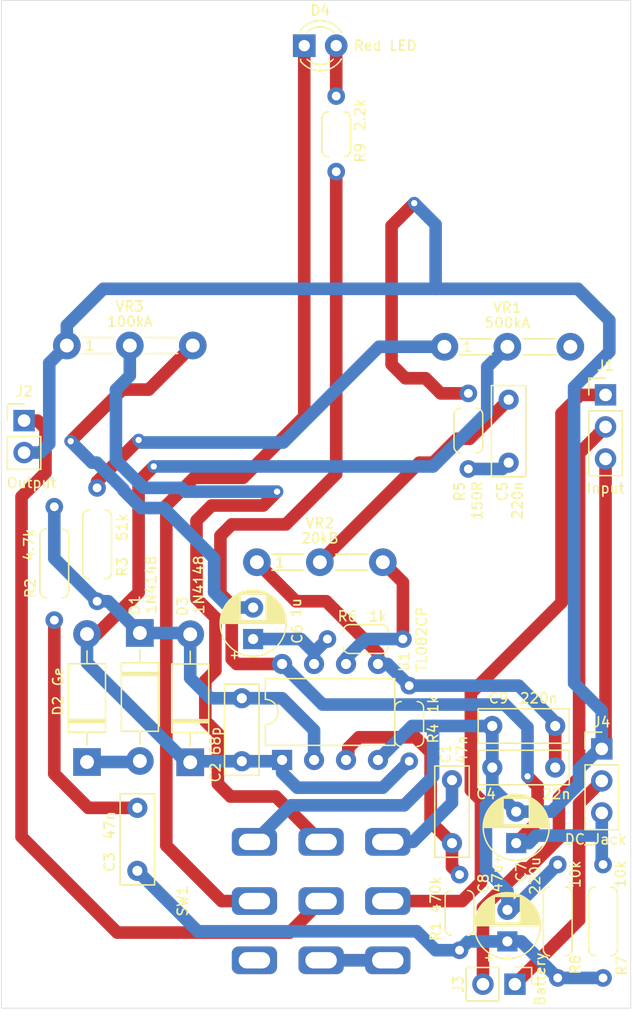
<source format=kicad_pcb>
(kicad_pcb (version 20221018) (generator pcbnew)
  (layers (0 "F.Cu" signal) (31 "B.Cu" signal) (34 "B.Paste" user) (35 "F.Paste" user) (36 "B.SilkS" user "B.Silkscreen") (37 "F.SilkS" user "F.Silkscreen") (38 "B.Mask" user) (39 "F.Mask" user) (44 "Edge.Cuts" user))
  (net 0 "")
  (net 3 "+4.5V")
  (net 4 "GND")
  (net 5 "+9V")
  (net 6 "Net-(J3--)")
  (net 7 "Net-(J3-+)")
  (net 8 "Net-(U1A-+)")
  (net 9 "Net-(SW1C-C)")
  (net 10 "Net-(D1-A)")
  (net 11 "Net-(D1-K)")
  (net 12 "Net-(SW1C-B)")
  (net 13 "Net-(D2-A)")
  (net 14 "Net-(R3-Pad1)")
  (net 15 "Net-(C3-Pad1)")
  (net 16 "Net-(U1B-+)")
  (net 17 "Net-(C5-Pad1)")
  (net 18 "Net-(C6-Pad1)")
  (net 19 "Net-(C6-Pad2)")
  (net 20 "Net-(U1B--)")
  (net 21 "Net-(C5-Pad2)")
  (net 22 "Net-(D4-A)")
  (net 23 "Net-(D4-K)")
  (net 24 "Net-(SW1B-B)")
  (net 25 "BYPASS")
  (net 26 "Net-(SW1B-C)")
  (footprint "myFoot:my_R_P9mm_Horizontal" (layer "F.Cu") (at 22.8 37.6 90)
    (fp_text reference "R7" (at 0.1 1.5 90) (layer "F.SilkS") (effects (font (size 0.8 0.8) (thickness 0.13)) (justify left)))
    (fp_text value "10k" (at 9.4 1.4 90) (layer "F.SilkS") (effects (font (size 0.8 0.8) (thickness 0.13)) (justify right)))
    (pad "1" thru_hole circle (at 0 0 90) (size 1.4 1.4) (drill 0.7) (layers "*.Cu" "*.Mask") (net 3 "+4.5V"))
    (pad "2" thru_hole oval (at 9 0 90) (size 1.4 1.4) (drill 0.7) (layers "*.Cu" "*.Mask") (net 5 "+9V"))
  )
  (footprint "myFoot:my_pot_5mm" (layer "F.Cu") (at -14.8 -12.6)
    (fp_text reference "VR3" (at 0 -3.1) (layer "F.SilkS") (effects (font (size 0.8 0.8) (thickness 0.13))))
    (fp_text value "100kA" (at 0 -1.9) (layer "F.SilkS") (effects (font (size 0.8 0.8) (thickness 0.13))))
    (fp_text user "1" (at -3.175 0) (layer "F.SilkS") (effects (font (size 0.8 0.8) (thickness 0.13))))
    (pad "1" thru_hole circle (at -5.0038 0) (size 2.2 2.2) (drill 1.1) (layers "*.Cu" "*.Mask") (net 4 "GND"))
    (pad "2" thru_hole circle (at 0 0) (size 2.2 2.2) (drill 1.1) (layers "*.Cu" "*.Mask") (net 26 "Net-(SW1B-C)"))
    (pad "3" thru_hole circle (at 5.0038 0) (size 2.2 2.2) (drill 1.1) (layers "*.Cu" "*.Mask") (net 19 "Net-(C6-Pad2)"))
  )
  (footprint "Capacitor_THT:C_Rect_L7.0mm_W2.5mm_P5.00mm" (layer "F.Cu") (at -5.9 20.4 90)
    (fp_text reference "C2" (at -0.9 -2.1 90) (layer "F.SilkS") (effects (font (size 0.8 0.8) (thickness 0.13))))
    (fp_text value "68p" (at 1.6 -2.1 90) (layer "F.SilkS") (effects (font (size 0.8 0.8) (thickness 0.13))))
    (pad "1" thru_hole circle (at 0 0 90) (size 1.6 1.6) (drill 0.8) (layers "*.Cu" "*.Mask") (net 13 "Net-(D2-A)"))
    (pad "2" thru_hole circle (at 5 0 90) (size 1.6 1.6) (drill 0.8) (layers "*.Cu" "*.Mask") (net 11 "Net-(D1-K)"))
  )
  (footprint "Diode_THT:D_DO-41_SOD81_P10.16mm_Horizontal" (layer "F.Cu") (at -18.2 20.46 90)
    (fp_text reference "D2" (at 4.46 -2.3 90) (layer "F.SilkS") (effects (font (size 0.8 0.8) (thickness 0.13))))
    (fp_text value "Ge" (at 6.76 -2.3 90) (layer "F.SilkS") (effects (font (size 0.8 0.8) (thickness 0.13))))
    (pad "1" thru_hole rect (at 0 0 90) (size 2.2 2.2) (drill 1.1) (layers "*.Cu" "*.Mask") (net 10 "Net-(D1-A)"))
    (pad "2" thru_hole oval (at 10.16 0 90) (size 2.2 2.2) (drill 1.1) (layers "*.Cu" "*.Mask") (net 13 "Net-(D2-A)"))
  )
  (footprint "myFoot:my_pot_5mm" (layer "F.Cu") (at 0.3 4.6)
    (fp_text reference "VR2" (at 0 -3.1) (layer "F.SilkS") (effects (font (size 0.8 0.8) (thickness 0.13))))
    (fp_text value "20kB" (at 0 -1.9) (layer "F.SilkS") (effects (font (size 0.8 0.8) (thickness 0.13))))
    (fp_text user "1" (at -3.175 0) (layer "F.SilkS") (effects (font (size 0.8 0.8) (thickness 0.13))))
    (pad "1" thru_hole circle (at -5.0038 0) (size 2.2 2.2) (drill 1.1) (layers "*.Cu" "*.Mask") (net 16 "Net-(U1B-+)"))
    (pad "2" thru_hole circle (at 0 0) (size 2.2 2.2) (drill 1.1) (layers "*.Cu" "*.Mask") (net 17 "Net-(C5-Pad1)"))
    (pad "3" thru_hole circle (at 5.0038 0) (size 2.2 2.2) (drill 1.1) (layers "*.Cu" "*.Mask") (net 20 "Net-(U1B--)"))
  )
  (footprint "Capacitor_THT:C_Rect_L7.0mm_W2.5mm_P5.00mm" (layer "F.Cu") (at 15.3 -8.3 -90)
    (fp_text reference "C5" (at 7.3 0.5 90) (layer "F.SilkS") (effects (font (size 0.8 0.8) (thickness 0.13))))
    (fp_text value "220n" (at 8 -0.7 90) (layer "F.SilkS") (effects (font (size 0.8 0.8) (thickness 0.13))))
    (pad "1" thru_hole circle (at 0 0 270) (size 1.6 1.6) (drill 0.8) (layers "*.Cu" "*.Mask") (net 17 "Net-(C5-Pad1)"))
    (pad "2" thru_hole circle (at 5 0 270) (size 1.6 1.6) (drill 0.8) (layers "*.Cu" "*.Mask") (net 21 "Net-(C5-Pad2)"))
  )
  (footprint "Diode_THT:D_DO-41_SOD81_P10.16mm_Horizontal" (layer "F.Cu") (at -14 10.22 -90)
    (fp_text reference "D1" (at -2.22 0.4 90) (layer "F.SilkS") (effects (font (size 0.8 0.8) (thickness 0.13))))
    (fp_text value "1N4148" (at -3.82 -0.9 90) (layer "F.SilkS") (effects (font (size 0.8 0.8) (thickness 0.13))))
    (pad "1" thru_hole rect (at 0 0 270) (size 2.2 2.2) (drill 1.1) (layers "*.Cu" "*.Mask") (net 11 "Net-(D1-K)"))
    (pad "2" thru_hole oval (at 10.16 0 270) (size 2.2 2.2) (drill 1.1) (layers "*.Cu" "*.Mask") (net 10 "Net-(D1-A)"))
  )
  (footprint "myFoot:my_R_P6mm_Horizontal" (layer "F.Cu") (at 7.4 14.4 -90)
    (fp_text reference "R4" (at 3.8 -1.9 90) (layer "F.SilkS") (effects (font (size 0.8 0.8) (thickness 0.13))))
    (fp_text value "1k" (at 1.5 -1.9 90) (layer "F.SilkS") (effects (font (size 0.8 0.8) (thickness 0.13))))
    (pad "1" thru_hole circle (at 0 0 270) (size 1.4 1.4) (drill 0.7) (layers "*.Cu" "*.Mask") (net 16 "Net-(U1B-+)"))
    (pad "2" thru_hole oval (at 6 0 270) (size 1.4 1.4) (drill 0.7) (layers "*.Cu" "*.Mask") (net 13 "Net-(D2-A)"))
  )
  (footprint "Connector_PinHeader_2.54mm:PinHeader_1x03_P2.54mm_Vertical" (layer "F.Cu") (at 22.7 19.42)
    (fp_text reference "J4" (at 0 -2.12) (layer "F.SilkS") (effects (font (size 0.8 0.8) (thickness 0.13))))
    (fp_text value "DC_Jack" (at -0.5 7.18) (layer "F.SilkS") (effects (font (size 0.8 0.8) (thickness 0.13))))
    (pad "1" thru_hole rect (at 0 0) (size 1.7 1.7) (drill 1) (layers "*.Cu" "*.Mask") (net 4 "GND"))
    (pad "2" thru_hole oval (at 0 5.08) (size 1.7 1.7) (drill 1) (layers "*.Cu" "*.Mask") (net 5 "+9V"))
    (pad "3" thru_hole oval (at 0 2.54) (size 1.7 1.7) (drill 1) (layers "*.Cu" "*.Mask") (net 7 "Net-(J3-+)"))
  )
  (footprint "Capacitor_THT:CP_Radial_D5.0mm_P2.50mm" (layer "F.Cu") (at -5 10.7 90)
    (fp_text reference "C6" (at 0.4 3.5 90) (layer "F.SilkS") (effects (font (size 0.8 0.8) (thickness 0.13))))
    (fp_text value "1u" (at 2.5 3.4 90) (layer "F.SilkS") (effects (font (size 0.8 0.8) (thickness 0.13))))
    (pad "1" thru_hole rect (at 0 0 90) (size 1.6 1.6) (drill 0.8) (layers "*.Cu" "*.Mask") (net 18 "Net-(C6-Pad1)"))
    (pad "2" thru_hole circle (at 2.5 0 90) (size 1.6 1.6) (drill 0.8) (layers "*.Cu" "*.Mask") (net 19 "Net-(C6-Pad2)"))
  )
  (footprint "myFoot:my_R_P6mm_Horizontal" (layer "F.Cu") (at 11.4 29.4 -90)
    (fp_text reference "R1" (at 4.5 1.9 90) (layer "F.SilkS") (effects (font (size 0.8 0.8) (thickness 0.13))))
    (fp_text value "470k" (at 1.6 1.9 90) (layer "F.SilkS") (effects (font (size 0.8 0.8) (thickness 0.13))))
    (pad "1" thru_hole circle (at 0 0 270) (size 1.4 1.4) (drill 0.7) (layers "*.Cu" "*.Mask") (net 8 "Net-(U1A-+)"))
    (pad "2" thru_hole oval (at 6 0 270) (size 1.4 1.4) (drill 0.7) (layers "*.Cu" "*.Mask") (net 3 "+4.5V"))
  )
  (footprint "myFoot:my_R_P9mm_Horizontal" (layer "F.Cu") (at 19.2 37.6 90)
    (fp_text reference "R8" (at 0.2 1.4 90) (layer "F.SilkS") (effects (font (size 0.8 0.8) (thickness 0.13)) (justify left)))
    (fp_text value "10k" (at 9.4 1.4 90) (layer "F.SilkS") (effects (font (size 0.8 0.8) (thickness 0.13)) (justify right)))
    (pad "1" thru_hole circle (at 0 0 90) (size 1.4 1.4) (drill 0.7) (layers "*.Cu" "*.Mask") (net 3 "+4.5V"))
    (pad "2" thru_hole oval (at 9 0 90) (size 1.4 1.4) (drill 0.7) (layers "*.Cu" "*.Mask") (net 4 "GND"))
  )
  (footprint "Capacitor_THT:CP_Radial_D5.0mm_P2.50mm" (layer "F.Cu") (at 15.2 34.7 90)
    (fp_text reference "C8" (at 4.6 -1.9 90) (layer "F.SilkS") (effects (font (size 0.8 0.8) (thickness 0.13))))
    (fp_text value "47u" (at 5 -0.8 90) (layer "F.SilkS") (effects (font (size 0.8 0.8) (thickness 0.13))))
    (pad "1" thru_hole rect (at 0 0 90) (size 1.6 1.6) (drill 0.8) (layers "*.Cu" "*.Mask") (net 3 "+4.5V"))
    (pad "2" thru_hole circle (at 2.5 0 90) (size 1.6 1.6) (drill 0.8) (layers "*.Cu" "*.Mask") (net 4 "GND"))
  )
  (footprint "myFoot:my_R_P9mm_Horizontal" (layer "F.Cu") (at -20.8 0.2 -90)
    (fp_text reference "R2" (at 5.6 1.9 90) (layer "F.SilkS") (effects (font (size 0.8 0.8) (thickness 0.13)) (justify right)))
    (fp_text value "4.7k" (at 4.4 2 90) (layer "F.SilkS") (effects (font (size 0.8 0.8) (thickness 0.13)) (justify left)))
    (pad "1" thru_hole circle (at 0 0 270) (size 1.4 1.4) (drill 0.7) (layers "*.Cu" "*.Mask") (net 11 "Net-(D1-K)"))
    (pad "2" thru_hole oval (at 9 0 270) (size 1.4 1.4) (drill 0.7) (layers "*.Cu" "*.Mask") (net 15 "Net-(C3-Pad1)"))
  )
  (footprint "Capacitor_THT:C_Rect_L7.0mm_W2.5mm_P5.00mm" (layer "F.Cu") (at 19 17.6 180)
    (fp_text reference "C9" (at 4.5 2.2) (layer "F.SilkS") (effects (font (size 0.8 0.8) (thickness 0.13))))
    (fp_text value "220n" (at 1.3 2.2) (layer "F.SilkS") (effects (font (size 0.8 0.8) (thickness 0.13))))
    (pad "1" thru_hole circle (at 0 0 180) (size 1.6 1.6) (drill 0.8) (layers "*.Cu" "*.Mask") (net 16 "Net-(U1B-+)"))
    (pad "2" thru_hole circle (at 5 0 180) (size 1.6 1.6) (drill 0.8) (layers "*.Cu" "*.Mask") (net 4 "GND"))
  )
  (footprint "Connector_PinHeader_2.54mm:PinHeader_1x03_P2.54mm_Vertical" (layer "F.Cu") (at 23 -8.68)
    (fp_text reference "J1" (at 0 -2.33) (layer "F.SilkS") (effects (font (size 0.8 0.8) (thickness 0.13))))
    (fp_text value "Input" (at 0 7.41) (layer "F.SilkS") (effects (font (size 0.8 0.8) (thickness 0.13))))
    (pad "R" thru_hole oval (at 0 2.54) (size 1.7 1.7) (drill 1) (layers "*.Cu" "*.Mask") (net 6 "Net-(J3--)"))
    (pad "S" thru_hole oval (at 0 5.08) (size 1.7 1.7) (drill 1) (layers "*.Cu" "*.Mask") (net 4 "GND"))
    (pad "T" thru_hole rect (at 0 0) (size 1.7 1.7) (drill 1) (layers "*.Cu" "*.Mask") (net 12 "Net-(SW1C-B)"))
  )
  (footprint "myFoot:my_R_P6mm_Horizontal" (layer "F.Cu") (at 12.1 -2.8 90)
    (fp_text reference "R5" (at -1.8 -0.7 90) (layer "F.SilkS") (effects (font (size 0.8 0.8) (thickness 0.13))))
    (fp_text value "150R" (at -2.5 0.7 90) (layer "F.SilkS") (effects (font (size 0.8 0.8) (thickness 0.13))))
    (pad "1" thru_hole circle (at 0 0 90) (size 1.4 1.4) (drill 0.7) (layers "*.Cu" "*.Mask") (net 21 "Net-(C5-Pad2)"))
    (pad "2" thru_hole oval (at 6 0 90) (size 1.4 1.4) (drill 0.7) (layers "*.Cu" "*.Mask") (net 4 "GND"))
  )
  (footprint "Diode_THT:D_DO-41_SOD81_P10.16mm_Horizontal" (layer "F.Cu") (at -10 20.48 90)
    (fp_text reference "D3" (at 12.38 -0.6 90) (layer "F.SilkS") (effects (font (size 0.8 0.8) (thickness 0.13))))
    (fp_text value "1N4148" (at 14.08 0.7 90) (layer "F.SilkS") (effects (font (size 0.8 0.8) (thickness 0.13))))
    (pad "1" thru_hole rect (at 0 0 90) (size 2.2 2.2) (drill 1.1) (layers "*.Cu" "*.Mask") (net 13 "Net-(D2-A)"))
    (pad "2" thru_hole oval (at 10.16 0 90) (size 2.2 2.2) (drill 1.1) (layers "*.Cu" "*.Mask") (net 11 "Net-(D1-K)"))
  )
  (footprint "Capacitor_THT:C_Rect_L7.0mm_W2.5mm_P5.00mm" (layer "F.Cu") (at -14.2 24.1 -90)
    (fp_text reference "C3" (at 4.3 2.2 90) (layer "F.SilkS") (effects (font (size 0.8 0.8) (thickness 0.13))))
    (fp_text value "47n" (at 1.4 2.2 90) (layer "F.SilkS") (effects (font (size 0.8 0.8) (thickness 0.13))))
    (pad "1" thru_hole circle (at 0 0 270) (size 1.6 1.6) (drill 0.8) (layers "*.Cu" "*.Mask") (net 15 "Net-(C3-Pad1)"))
    (pad "2" thru_hole circle (at 5 0 270) (size 1.6 1.6) (drill 0.8) (layers "*.Cu" "*.Mask") (net 3 "+4.5V"))
  )
  (footprint "myFoot:my_R_P9mm_Horizontal" (layer "F.Cu") (at -17.4 -1.3 -90)
    (fp_text reference "R3" (at 5.4 -2 90) (layer "F.SilkS") (effects (font (size 0.8 0.8) (thickness 0.13)) (justify right)))
    (fp_text value "51k" (at 4.3 -2 90) (layer "F.SilkS") (effects (font (size 0.8 0.8) (thickness 0.13)) (justify left)))
    (pad "1" thru_hole circle (at 0 0 270) (size 1.4 1.4) (drill 0.7) (layers "*.Cu" "*.Mask") (net 14 "Net-(R3-Pad1)"))
    (pad "2" thru_hole oval (at 9 0 270) (size 1.4 1.4) (drill 0.7) (layers "*.Cu" "*.Mask") (net 11 "Net-(D1-K)"))
  )
  (footprint "myFoot:my_pot_5mm" (layer "F.Cu") (at 15.2 -12.5)
    (fp_text reference "VR1" (at 0 -3.1) (layer "F.SilkS") (effects (font (size 0.8 0.8) (thickness 0.13))))
    (fp_text value "500kA" (at 0 -1.9) (layer "F.SilkS") (effects (font (size 0.8 0.8) (thickness 0.13))))
    (fp_text user "1" (at -3.175 0) (layer "F.SilkS") (effects (font (size 0.8 0.8) (thickness 0.13))))
    (pad "1" thru_hole circle (at -5.0038 0) (size 2.2 2.2) (drill 1.1) (layers "*.Cu" "*.Mask") (net 14 "Net-(R3-Pad1)"))
    (pad "2" thru_hole circle (at 0 0) (size 2.2 2.2) (drill 1.1) (layers "*.Cu" "*.Mask") (net 13 "Net-(D2-A)"))
    (pad "3" thru_hole circle (at 5.0038 0) (size 2.2 2.2) (drill 1.1) (layers "*.Cu" "*.Mask"))
  )
  (footprint "Connector_PinHeader_2.54mm:PinHeader_1x02_P2.54mm_Vertical" (layer "F.Cu") (at -23.2 -6.64)
    (fp_text reference "J2" (at 0 -2.33) (layer "F.SilkS") (effects (font (size 0.8 0.8) (thickness 0.13))))
    (fp_text value "Output" (at 0.6 4.94) (layer "F.SilkS") (effects (font (size 0.8 0.8) (thickness 0.13))))
    (pad "S" thru_hole oval (at 0 2.54) (size 1.7 1.7) (drill 1) (layers "*.Cu" "*.Mask") (net 4 "GND"))
    (pad "T" thru_hole rect (at 0 0) (size 1.7 1.7) (drill 1) (layers "*.Cu" "*.Mask") (net 24 "Net-(SW1B-B)"))
  )
  (footprint "Package_DIP:DIP-8_W7.62mm" (layer "F.Cu") (at -2.7 20.3 90)
    (fp_text reference "U1" (at 7.8 9.7 90) (layer "F.SilkS") (effects (font (size 0.8 0.8) (thickness 0.13))))
    (fp_text value "TL082CP" (at 9.6 11.1 90) (layer "F.SilkS") (effects (font (size 0.8 0.8) (thickness 0.13))))
    (pad "1" thru_hole rect (at 0 0 90) (size 1.6 1.6) (drill 0.8) (layers "*.Cu" "*.Mask") (net 13 "Net-(D2-A)"))
    (pad "2" thru_hole oval (at 0 2.54 90) (size 1.6 1.6) (drill 0.8) (layers "*.Cu" "*.Mask") (net 11 "Net-(D1-K)"))
    (pad "3" thru_hole oval (at 0 5.08 90) (size 1.6 1.6) (drill 0.8) (layers "*.Cu" "*.Mask") (net 8 "Net-(U1A-+)"))
    (pad "4" thru_hole oval (at 0 7.62 90) (size 1.6 1.6) (drill 0.8) (layers "*.Cu" "*.Mask") (net 4 "GND"))
    (pad "5" thru_hole oval (at 7.62 7.62 90) (size 1.6 1.6) (drill 0.8) (layers "*.Cu" "*.Mask") (net 16 "Net-(U1B-+)"))
    (pad "6" thru_hole oval (at 7.62 5.08 90) (size 1.6 1.6) (drill 0.8) (layers "*.Cu" "*.Mask") (net 20 "Net-(U1B--)"))
    (pad "7" thru_hole oval (at 7.62 2.54 90) (size 1.6 1.6) (drill 0.8) (layers "*.Cu" "*.Mask") (net 18 "Net-(C6-Pad1)"))
    (pad "8" thru_hole oval (at 7.62 0 90) (size 1.6 1.6) (drill 0.8) (layers "*.Cu" "*.Mask") (net 5 "+9V"))
  )
  (footprint "myFoot:my_sw_3pdt" (layer "F.Cu") (at 0.4 31.5 90)
    (fp_text reference "SW1" (at 0 -11 90) (layer "F.SilkS") (effects (font (size 0.8 0.8) (thickness 0.13))))
    (fp_text value "SW" hide)
    (pad "1" thru_hole roundrect (at -4.7 -5.3 90) (size 2.2 3.6) (drill oval 1.3 2.5) (layers "*.Cu" "*.Mask"))
    (pad "2" thru_hole roundrect (at 0 -5.3 90) (size 2.2 3.6) (drill oval 1.3 2.5) (layers "*.Cu" "*.Mask") (net 23 "Net-(D4-K)"))
    (pad "3" thru_hole roundrect (at 4.7 -5.3 90) (size 2.2 3.6) (drill oval 1.3 2.5) (layers "*.Cu" "*.Mask") (net 4 "GND"))
    (pad "4" thru_hole roundrect (at -4.7 0 90) (size 2.2 3.6) (drill oval 1.3 2.5) (layers "*.Cu" "*.Mask") (net 25 "BYPASS"))
    (pad "5" thru_hole roundrect (at 0 0 90) (size 2.2 3.6) (drill oval 1.3 2.5) (layers "*.Cu" "*.Mask") (net 24 "Net-(SW1B-B)"))
    (pad "6" thru_hole roundrect (at 4.7 0 90) (size 2.2 3.6) (drill oval 1.3 2.5) (layers "*.Cu" "*.Mask") (net 26 "Net-(SW1B-C)"))
    (pad "7" thru_hole roundrect (at -4.7 5.3 90) (size 2.2 3.6) (drill oval 1.3 2.5) (layers "*.Cu" "*.Mask") (net 25 "BYPASS"))
    (pad "8" thru_hole roundrect (at 0 5.3 90) (size 2.2 3.6) (drill oval 1.3 2.5) (layers "*.Cu" "*.Mask") (net 12 "Net-(SW1C-B)"))
    (pad "9" thru_hole roundrect (at 4.7 5.3 90) (size 2.2 3.6) (drill oval 1.3 2.5) (layers "*.Cu" "*.Mask") (net 9 "Net-(SW1C-C)"))
  )
  (footprint "Capacitor_THT:C_Rect_L7.0mm_W2.5mm_P5.00mm" (layer "F.Cu") (at 19 20.9 180)
    (fp_text reference "C4" (at 5.5 -2.1) (layer "F.SilkS") (effects (font (size 0.8 0.8) (thickness 0.13))))
    (fp_text value "22n" (at -0.1 -2.1) (layer "F.SilkS") (effects (font (size 0.8 0.8) (thickness 0.13))))
    (pad "1" thru_hole circle (at 0 0 180) (size 1.6 1.6) (drill 0.8) (layers "*.Cu" "*.Mask") (net 16 "Net-(U1B-+)"))
    (pad "2" thru_hole circle (at 5 0 180) (size 1.6 1.6) (drill 0.8) (layers "*.Cu" "*.Mask") (net 4 "GND"))
  )
  (footprint "Capacitor_THT:C_Rect_L7.0mm_W2.5mm_P5.00mm" (layer "F.Cu") (at 10.8 26.9 90)
    (fp_text reference "C1" (at 7.1 -0.5 90) (layer "F.SilkS") (effects (font (size 0.8 0.8) (thickness 0.13))))
    (fp_text value "47n" (at 7.4 0.8 90) (layer "F.SilkS") (effects (font (size 0.8 0.8) (thickness 0.13))))
    (pad "1" thru_hole circle (at 0 0 90) (size 1.6 1.6) (drill 0.8) (layers "*.Cu" "*.Mask") (net 8 "Net-(U1A-+)"))
    (pad "2" thru_hole circle (at 5 0 90) (size 1.6 1.6) (drill 0.8) (layers "*.Cu" "*.Mask") (net 9 "Net-(SW1C-C)"))
  )
  (footprint "Capacitor_THT:CP_Radial_D5.0mm_P2.50mm" (layer "F.Cu") (at 15.9 26.9 90)
    (fp_text reference "C7" (at -2.3 0.4 90) (layer "F.SilkS") (effects (font (size 0.8 0.8) (thickness 0.13))))
    (fp_text value "220u" (at -2.6 1.5 90) (layer "F.SilkS") (effects (font (size 0.8 0.8) (thickness 0.13))))
    (pad "1" thru_hole rect (at 0 0 90) (size 1.6 1.6) (drill 0.8) (layers "*.Cu" "*.Mask") (net 5 "+9V"))
    (pad "2" thru_hole circle (at 2.5 0 90) (size 1.6 1.6) (drill 0.8) (layers "*.Cu" "*.Mask") (net 4 "GND"))
  )
  (footprint "LED_THT:LED_D3.0mm" (layer "F.Cu") (at -0.94 -36.4)
    (fp_text reference "D4" (at 1.27 -2.8) (layer "F.SilkS") (effects (font (size 0.8 0.8) (thickness 0.13))))
    (fp_text value "Red LED" (at 6.44 0) (layer "F.SilkS") (effects (font (size 0.8 0.8) (thickness 0.13))))
    (pad "1" thru_hole rect (at 0 0) (size 1.8 1.8) (drill 0.9) (layers "*.Cu" "*.Mask") (net 23 "Net-(D4-K)"))
    (pad "2" thru_hole circle (at 2.54 0) (size 1.8 1.8) (drill 0.9) (layers "*.Cu" "*.Mask") (net 22 "Net-(D4-A)"))
  )
  (footprint "myFoot:my_R_P6mm_Horizontal" (layer "F.Cu") (at 0.9 10.7)
    (fp_text reference "R6" (at 1.6 -1.8) (layer "F.SilkS") (effects (font (size 0.8 0.8) (thickness 0.13))))
    (fp_text value "1k" (at 4 -1.8) (layer "F.SilkS") (effects (font (size 0.8 0.8) (thickness 0.13))))
    (pad "1" thru_hole circle (at 0 0) (size 1.4 1.4) (drill 0.7) (layers "*.Cu" "*.Mask") (net 18 "Net-(C6-Pad1)"))
    (pad "2" thru_hole oval (at 6 0) (size 1.4 1.4) (drill 0.7) (layers "*.Cu" "*.Mask") (net 20 "Net-(U1B--)"))
  )
  (footprint "Connector_PinHeader_2.54mm:PinHeader_1x02_P2.54mm_Vertical" (layer "F.Cu") (at 15.8 38.1 -90)
    (fp_text reference "J3" (at 0 4.5 90) (layer "F.SilkS") (effects (font (size 0.8 0.8) (thickness 0.13))))
    (fp_text value "Battery" (at -0.4 -2 90) (layer "F.SilkS") (effects (font (size 0.8 0.8) (thickness 0.13))))
    (pad "1" thru_hole rect (at 0 0 270) (size 1.7 1.7) (drill 1) (layers "*.Cu" "*.Mask") (net 7 "Net-(J3-+)"))
    (pad "2" thru_hole oval (at 0 2.54 270) (size 1.7 1.7) (drill 1) (layers "*.Cu" "*.Mask") (net 6 "Net-(J3--)"))
  )
  (footprint "myFoot:my_R_P6mm_Horizontal" (layer "F.Cu") (at 1.6 -32.4 -90)
    (fp_text reference "R9" (at 4.5 -1.9 90) (layer "F.SilkS") (effects (font (size 0.8 0.8) (thickness 0.13))))
    (fp_text value "2.2k" (at 1.5 -1.9 90) (layer "F.SilkS") (effects (font (size 0.8 0.8) (thickness 0.13))))
    (pad "1" thru_hole circle (at 0 0 270) (size 1.4 1.4) (drill 0.7) (layers "*.Cu" "*.Mask") (net 22 "Net-(D4-A)"))
    (pad "2" thru_hole oval (at 6 0 270) (size 1.4 1.4) (drill 0.7) (layers "*.Cu" "*.Mask") (net 5 "+9V"))
  )
  (gr_rect (start -25 -40) (end 25 40) (stroke (width 0.05)) (fill none) (layer "Edge.Cuts"))
  (segment (start 8 33.9) (end 9.5 35.4) (width 1) (layer "B.Cu") (net 3))
  (segment (start 22.8 37.6) (end 19.2 37.6) (width 1) (layer "B.Cu") (net 3))
  (segment (start -14.2 29.1) (end -9.4 33.9) (width 1) (layer "B.Cu") (net 3))
  (segment (start 9.5 35.4) (end 11.4 35.4) (width 1) (layer "B.Cu") (net 3))
  (segment (start 15.2 34.7) (end 16.3 34.7) (width 1) (layer "B.Cu") (net 3))
  (segment (start 12.1 34.7) (end 11.4 35.4) (width 1) (layer "B.Cu") (net 3))
  (segment (start 16.3 34.7) (end 19.2 37.6) (width 1) (layer "B.Cu") (net 3))
  (segment (start 15.2 34.7) (end 12.1 34.7) (width 1) (layer "B.Cu") (net 3))
  (segment (start -9.4 33.9) (end 8 33.9) (width 1) (layer "B.Cu") (net 3))
  (segment (start 7.1 -10) (end 6 -11.1) (width 1) (layer "F.Cu") (net 4))
  (segment (start 6 -11.1) (end 6 -22.1) (width 1) (layer "F.Cu") (net 4))
  (segment (start 12.1 -8.8) (end 9.9 -8.8) (width 1) (layer "F.Cu") (net 4))
  (segment (start 9.9 -8.8) (end 9 -9.7) (width 1) (layer "F.Cu") (net 4))
  (segment (start 23 19.12) (end 22.7 19.42) (width 1) (layer "F.Cu") (net 4))
  (segment (start 6 -22.1) (end 7.8 -23.9) (width 1) (layer "F.Cu") (net 4))
  (segment (start 8.7 -10) (end 7.1 -10) (width 1) (layer "F.Cu") (net 4))
  (segment (start 14 17.6) (end 14 20.9) (width 1) (layer "F.Cu") (net 4))
  (segment (start 9 -9.7) (end 8.7 -10) (width 1) (layer "F.Cu") (net 4))
  (segment (start 23 -3.6) (end 23 19.12) (width 1) (layer "F.Cu") (net 4))
  (via (at 7.8 -23.9) (size 1) (drill 0.5) (layers "F.Cu" "B.Cu") (net 4))
  (segment (start 13.5 23.9) (end 13.5 29) (width 1) (layer "B.Cu") (net 4))
  (segment (start -16.9 -17.1) (end 9.5 -17.1) (width 1) (layer "B.Cu") (net 4))
  (segment (start -19.8038 -14.1962) (end -16.9 -17.1) (width 1) (layer "B.Cu") (net 4))
  (segment (start 20.5 14.2) (end 22.7 16.4) (width 1) (layer "B.Cu") (net 4))
  (segment (start 15.2 30.7) (end 15.2 32.2) (width 1) (layer "B.Cu") (net 4))
  (segment (start 9.5 -17.1) (end 20.8 -17.1) (width 1) (layer "B.Cu") (net 4))
  (segment (start 20.8 -17.1) (end 23.3 -14.6) (width 1) (layer "B.Cu") (net 4))
  (segment (start 23.3 -12.1) (end 20.5 -9.3) (width 1) (layer "B.Cu") (net 4))
  (segment (start 22.7 16.4) (end 22.7 19.42) (width 1) (layer "B.Cu") (net 4))
  (segment (start 22.48 19.42) (end 20.9 21) (width 1) (layer "B.Cu") (net 4))
  (segment (start -21.2 -4.8) (end -21.2 -11.2038) (width 1) (layer "B.Cu") (net 4))
  (segment (start 18.7 24.4) (end 15.9 24.4) (width 1) (layer "B.Cu") (net 4))
  (segment (start -21.2 -11.2038) (end -19.8038 -12.6) (width 1) (layer "B.Cu") (net 4))
  (segment (start 14 17.6) (end 14 20.9) (width 1) (layer "B.Cu") (net 4))
  (segment (start 15.2 32.2) (end 15.6 32.2) (width 1) (layer "B.Cu") (net 4))
  (segment (start 7.8 -23.9) (end 9.5 -22.2) (width 1) (layer "B.Cu") (net 4))
  (segment (start -19.8038 -12.6) (end -19.8038 -14.1962) (width 1) (layer "B.Cu") (net 4))
  (segment (start 20.9 21) (end 20.9 22.2) (width 1) (layer "B.Cu") (net 4))
  (segment (start 14 23.4) (end 13.5 23.9) (width 1) (layer "B.Cu") (net 4))
  (segment (start 14 17.6) (end 9.3 17.6) (width 1) (layer "B.Cu") (net 4))
  (segment (start 14 22.5) (end 14 23.4) (width 1) (layer "B.Cu") (net 4))
  (segment (start 20.9 22.2) (end 18.7 24.4) (width 1) (layer "B.Cu") (net 4))
  (segment (start 22.7 19.42) (end 22.48 19.42) (width 1) (layer "B.Cu") (net 4))
  (segment (start 7 23.9) (end 9.3 21.6) (width 1) (layer "B.Cu") (net 4))
  (segment (start 14 22.5) (end 15.9 24.4) (width 1) (layer "B.Cu") (net 4))
  (segment (start 15.6 32.2) (end 19.2 28.6) (width 1) (layer "B.Cu") (net 4))
  (segment (start 14 20.9) (end 14 22.5) (width 1) (layer "B.Cu") (net 4))
  (segment (start 9.5 -22.2) (end 9.5 -17.1) (width 1) (layer "B.Cu") (net 4))
  (segment (start -2 23.9) (end 7 23.9) (width 1) (layer "B.Cu") (net 4))
  (segment (start 7.62 17.6) (end 4.92 20.3) (width 1) (layer "B.Cu") (net 4))
  (segment (start -23.2 -4.1) (end -21.9 -4.1) (width 1) (layer "B.Cu") (net 4))
  (segment (start 23.3 -14.6) (end 23.3 -12.1) (width 1) (layer "B.Cu") (net 4))
  (segment (start -4.9 26.8) (end -2 23.9) (width 1) (layer "B.Cu") (net 4))
  (segment (start -21.9 -4.1) (end -21.2 -4.8) (width 1) (layer "B.Cu") (net 4))
  (segment (start 9.3 17.6) (end 7.62 17.6) (width 1) (layer "B.Cu") (net 4))
  (segment (start 20.5 -9.3) (end 20.5 14.2) (width 1) (layer "B.Cu") (net 4))
  (segment (start 13.5 29) (end 15.2 30.7) (width 1) (layer "B.Cu") (net 4))
  (segment (start 9.3 21.6) (end 9.3 17.6) (width 1) (layer "B.Cu") (net 4))
  (segment (start -7.6 2.5) (end -7.6 7.1) (width 1) (layer "F.Cu") (net 5))
  (segment (start -2.4 1.6) (end -6.7 1.6) (width 1) (layer "F.Cu") (net 5))
  (segment (start -6.7 1.6) (end -7.6 2.5) (width 1) (layer "F.Cu") (net 5))
  (segment (start -7.6 7.1) (end -6.7 8) (width 1) (layer "F.Cu") (net 5))
  (segment (start 16.8 21.6) (end 17.6 22.4) (width 1) (layer "F.Cu") (net 5))
  (segment (start -6.32 12.68) (end -2.7 12.68) (width 1) (layer "F.Cu") (net 5))
  (segment (start -6.7 12.3) (end -6.32 12.68) (width 1) (layer "F.Cu") (net 5))
  (segment (start -6.7 8) (end -6.7 12.3) (width 1) (layer "F.Cu") (net 5))
  (segment (start 17.6 25.2) (end 15.9 26.9) (width 1) (layer "F.Cu") (net 5))
  (segment (start 17.6 22.4) (end 17.6 25.2) (width 1) (layer "F.Cu") (net 5))
  (segment (start 1.6 -2.4) (end -2.4 1.6) (width 1) (layer "F.Cu") (net 5))
  (segment (start 1.6 -26.4) (end 1.6 -2.4) (width 1) (layer "F.Cu") (net 5))
  (via (at 16.8 21.6) (size 1) (drill 0.5) (layers "F.Cu" "B.Cu") (net 5))
  (segment (start -2.7 12.68) (end 0.52 15.9) (width 1) (layer "B.Cu") (net 5))
  (segment (start 16.8 17.7) (end 16.8 21.6) (width 1) (layer "B.Cu") (net 5))
  (segment (start 22.7 26.3) (end 22.7 28.5) (width 1) (layer "B.Cu") (net 5))
  (segment (start 15 15.9) (end 16.8 17.7) (width 1) (layer "B.Cu") (net 5))
  (segment (start 17.5 26.3) (end 22.7 26.3) (width 1) (layer "B.Cu") (net 5))
  (segment (start 16.9 26.9) (end 17.5 26.3) (width 1) (layer "B.Cu") (net 5))
  (segment (start 0.52 15.9) (end 15 15.9) (width 1) (layer "B.Cu") (net 5))
  (segment (start 22.7 28.5) (end 22.8 28.6) (width 1) (layer "B.Cu") (net 5))
  (segment (start 22.7 24.5) (end 22.7 26.3) (width 1) (layer "B.Cu") (net 5))
  (segment (start 15.9 26.9) (end 16.9 26.9) (width 1) (layer "B.Cu") (net 5))
  (segment (start 16.9 28.9) (end 16.378679 28.9) (width 1) (layer "F.Cu") (net 6))
  (segment (start 20.9 -4.04) (end 20.9 21.7) (width 1) (layer "F.Cu") (net 6))
  (segment (start 13.26 32.018679) (end 13.26 38.1) (width 1) (layer "F.Cu") (net 6))
  (segment (start 19.3 23.3) (end 19.3 26.5) (width 1) (layer "F.Cu") (net 6))
  (segment (start 23 -6.14) (end 20.9 -4.04) (width 1) (layer "F.Cu") (net 6))
  (segment (start 16.378679 28.9) (end 13.26 32.018679) (width 1) (layer "F.Cu") (net 6))
  (segment (start 20.9 21.7) (end 19.3 23.3) (width 1) (layer "F.Cu") (net 6))
  (segment (start 19.3 26.5) (end 16.9 28.9) (width 1) (layer "F.Cu") (net 6))
  (segment (start 20.9 23.76) (end 20.9 33) (width 1) (layer "F.Cu") (net 7))
  (segment (start 22.7 21.96) (end 20.9 23.76) (width 1) (layer "F.Cu") (net 7))
  (segment (start 20.9 33) (end 15.8 38.1) (width 1) (layer "F.Cu") (net 7))
  (segment (start 9.1 25.2) (end 10.8 26.9) (width 1) (layer "F.Cu") (net 8))
  (segment (start 2.56 20.3) (end 2.56 19.34) (width 1) (layer "F.Cu") (net 8))
  (segment (start 9.1 19.7) (end 9.1 25.2) (width 1) (layer "F.Cu") (net 8))
  (segment (start 11.4 29.4) (end 10.8 28.8) (width 1) (layer "F.Cu") (net 8))
  (segment (start 2.56 19.34) (end 3.4 18.5) (width 1) (layer "F.Cu") (net 8))
  (segment (start 3.4 18.5) (end 7.9 18.5) (width 1) (layer "F.Cu") (net 8))
  (segment (start 7.9 18.5) (end 9.1 19.7) (width 1) (layer "F.Cu") (net 8))
  (segment (start 10.8 28.8) (end 10.8 26.9) (width 1) (layer "F.Cu") (net 8))
  (segment (start 10.8 21.9) (end 10.8 23.7) (width 1) (layer "B.Cu") (net 9))
  (segment (start 10.8 23.7) (end 7.7 26.8) (width 1) (layer "B.Cu") (net 9))
  (segment (start 7.7 26.8) (end 5.7 26.8) (width 1) (layer "B.Cu") (net 9))
  (segment (start -18.2 20.46) (end -14.08 20.46) (width 1) (layer "B.Cu") (net 10))
  (segment (start -14.08 20.46) (end -14 20.38) (width 1) (layer "B.Cu") (net 10))
  (segment (start -0.16 17.94) (end -0.16 20.3) (width 1) (layer "B.Cu") (net 11))
  (segment (start -5.9 15.4) (end -2.7 15.4) (width 1) (layer "B.Cu") (net 11))
  (segment (start -8.4 15.4) (end -10 13.8) (width 1) (layer "B.Cu") (net 11))
  (segment (start -14 10.22) (end -10.1 10.22) (width 1) (layer "B.Cu") (net 11))
  (segment (start -2.7 15.4) (end -0.16 17.94) (width 1) (layer "B.Cu") (net 11))
  (segment (start -10.1 10.22) (end -10 10.32) (width 1) (layer "B.Cu") (net 11))
  (segment (start -5.9 15.4) (end -8.4 15.4) (width 1) (layer "B.Cu") (net 11))
  (segment (start -20.8 4.3) (end -17.4 7.7) (width 1) (layer "B.Cu") (net 11))
  (segment (start -10 13.8) (end -10 10.32) (width 1) (layer "B.Cu") (net 11))
  (segment (start -20.8 0.2) (end -20.8 4.3) (width 1) (layer "B.Cu") (net 11))
  (segment (start -16.52 7.7) (end -14 10.22) (width 1) (layer "B.Cu") (net 11))
  (segment (start -17.4 7.7) (end -16.52 7.7) (width 1) (layer "B.Cu") (net 11))
  (segment (start 11.6 31.5) (end 5.7 31.5) (width 1) (layer "F.Cu") (net 12))
  (segment (start 19.5 -7.2) (end 19.5 7.8) (width 1) (layer "F.Cu") (net 12))
  (segment (start 20.98 -8.68) (end 19.5 -7.2) (width 1) (layer "F.Cu") (net 12))
  (segment (start 19.5 7.8) (end 12.3 15) (width 1) (layer "F.Cu") (net 12))
  (segment (start 23 -8.68) (end 20.98 -8.68) (width 1) (layer "F.Cu") (net 12))
  (segment (start 12.3 22.7) (end 13.1 23.5) (width 1) (layer "F.Cu") (net 12))
  (segment (start 12.3 15) (end 12.3 22.7) (width 1) (layer "F.Cu") (net 12))
  (segment (start 13.1 23.5) (end 13.1 30) (width 1) (layer "F.Cu") (net 12))
  (segment (start 13.1 30) (end 11.6 31.5) (width 1) (layer "F.Cu") (net 12))
  (segment (start -18.2 10.3) (end -17.4 10.3) (width 1) (layer "F.Cu") (net 13))
  (segment (start -17.4 10.3) (end -14.1 7) (width 1) (layer "F.Cu") (net 13))
  (segment (start -14.1 -1.8) (end -12.9 -3) (width 1) (layer "F.Cu") (net 13))
  (segment (start -14.1 7) (end -14.1 -1.8) (width 1) (layer "F.Cu") (net 13))
  (via (at -12.9 -3) (size 1) (drill 0.5) (layers "F.Cu" "B.Cu") (net 13))
  (segment (start -5.9 20.4) (end -9.92 20.4) (width 1) (layer "B.Cu") (net 13))
  (segment (start -5.9 20.4) (end -2.8 20.4) (width 1) (layer "B.Cu") (net 13))
  (segment (start 13.6 -10.9) (end 15.2 -12.5) (width 1) (layer "B.Cu") (net 13))
  (segment (start 5.3 22.5) (end 7.4 20.4) (width 1) (layer "B.Cu") (net 13))
  (segment (start -12.9 -3) (end 9.3 -3) (width 1) (layer "B.Cu") (net 13))
  (segment (start 13.6 -7.3) (end 13.6 -10.9) (width 1) (layer "B.Cu") (net 13))
  (segment (start 9.3 -3) (end 13.6 -7.3) (width 1) (layer "B.Cu") (net 13))
  (segment (start -10.32 20.48) (end -10 20.48) (width 1) (layer "B.Cu") (net 13))
  (segment (start -2.7 21.3) (end -1.5 22.5) (width 1) (layer "B.Cu") (net 13))
  (segment (start -18.2 12.6) (end -10.32 20.48) (width 1) (layer "B.Cu") (net 13))
  (segment (start -9.92 20.4) (end -10 20.48) (width 1) (layer "B.Cu") (net 13))
  (segment (start -1.5 22.5) (end 5.3 22.5) (width 1) (layer "B.Cu") (net 13))
  (segment (start -2.7 20.3) (end -2.7 21.3) (width 1) (layer "B.Cu") (net 13))
  (segment (start -2.8 20.4) (end -2.7 20.3) (width 1) (layer "B.Cu") (net 13))
  (segment (start -18.2 10.3) (end -18.2 12.6) (width 1) (layer "B.Cu") (net 13))
  (segment (start -17.4 -1.8) (end -14.1 -5.1) (width 1) (layer "F.Cu") (net 14))
  (segment (start -17.4 -1.3) (end -17.4 -1.8) (width 1) (layer "F.Cu") (net 14))
  (via (at -14.1 -5.1) (size 1) (drill 0.5) (layers "F.Cu" "B.Cu") (net 14))
  (segment (start -2.6 -4.9) (end -13.9 -4.9) (width 1) (layer "B.Cu") (net 14))
  (segment (start -13.9 -4.9) (end -14.1 -5.1) (width 1) (layer "B.Cu") (net 14))
  (segment (start 5 -12.5) (end -2.6 -4.9) (width 1) (layer "B.Cu") (net 14))
  (segment (start 10.1962 -12.5) (end 5 -12.5) (width 1) (layer "B.Cu") (net 14))
  (segment (start -20.8 9.2) (end -20.8 21.4) (width 1) (layer "F.Cu") (net 15))
  (segment (start -18.1 24.1) (end -14.2 24.1) (width 1) (layer "F.Cu") (net 15))
  (segment (start -20.8 21.4) (end -18.1 24.1) (width 1) (layer "F.Cu") (net 15))
  (segment (start 4.92 11.82) (end 0.8 7.7) (width 1) (layer "F.Cu") (net 16))
  (segment (start 4.92 12.68) (end 4.92 11.82) (width 1) (layer "F.Cu") (net 16))
  (segment (start 0.8 7.7) (end -1.6038 7.7) (width 1) (layer "F.Cu") (net 16))
  (segment (start 19 20.9) (end 19 17.6) (width 1) (layer "F.Cu") (net 16))
  (segment (start -1.6038 7.7) (end -4.7038 4.6) (width 1) (layer "F.Cu") (net 16))
  (segment (start 19 17.6) (end 19 17.3) (width 1) (layer "B.Cu") (net 16))
  (segment (start 4.92 12.68) (end 5.68 12.68) (width 1) (layer "B.Cu") (net 16))
  (segment (start 5.68 12.68) (end 7.4 14.4) (width 1) (layer "B.Cu") (net 16))
  (segment (start 19 17.3) (end 16.1 14.4) (width 1) (layer "B.Cu") (net 16))
  (segment (start 16.1 14.4) (end 7.4 14.4) (width 1) (layer "B.Cu") (net 16))
  (segment (start 8.2 -3.3) (end 0.3 4.6) (width 1) (layer "F.Cu") (net 17))
  (segment (start 15.3 -8.3) (end 12.2 -5.2) (width 1) (layer "F.Cu") (net 17))
  (segment (start 12.2 -5.2) (end 11.2 -5.2) (width 1) (layer "F.Cu") (net 17))
  (segment (start 11.2 -5.2) (end 9.3 -3.3) (width 1) (layer "F.Cu") (net 17))
  (segment (start 9.3 -3.3) (end 8.2 -3.3) (width 1) (layer "F.Cu") (net 17))
  (segment (start -0.16 11.76) (end 0.9 10.7) (width 1) (layer "B.Cu") (net 18))
  (segment (start -0.16 12.68) (end -0.16 11.76) (width 1) (layer "B.Cu") (net 18))
  (segment (start -5 10.7) (end -1.22 10.7) (width 1) (layer "B.Cu") (net 18))
  (segment (start -1.22 10.7) (end -0.16 11.76) (width 1) (layer "B.Cu") (net 18))
  (segment (start -19.5 -5) (end -15.4 -9.1) (width 1) (layer "F.Cu") (net 19))
  (segment (start -15.4 -9.1) (end -13.2962 -9.1) (width 1) (layer "F.Cu") (net 19))
  (segment (start -13.2962 -9.1) (end -9.7962 -12.6) (width 1) (layer "F.Cu") (net 19))
  (via (at -19.5 -5) (size 1) (drill 0.5) (layers "F.Cu" "B.Cu") (net 19))
  (segment (start -13.9 0.3) (end -15.3 -1.1) (width 1) (layer "B.Cu") (net 19))
  (segment (start -5 8.2) (end -6.9 8.2) (width 1) (layer "B.Cu") (net 19))
  (segment (start -17.420101 -3.3) (end -17.8 -3.3) (width 1) (layer "B.Cu") (net 19))
  (segment (start -12.1 0.3) (end -13.9 0.3) (width 1) (layer "B.Cu") (net 19))
  (segment (start -15.3 -1.179899) (end -17.420101 -3.3) (width 1) (layer "B.Cu") (net 19))
  (segment (start -15.3 -1.1) (end -15.3 -1.179899) (width 1) (layer "B.Cu") (net 19))
  (segment (start -17.8 -3.3) (end -19.5 -5) (width 1) (layer "B.Cu") (net 19))
  (segment (start -8.1 7) (end -8.1 4.3) (width 1) (layer "B.Cu") (net 19))
  (segment (start -6.9 8.2) (end -8.1 7) (width 1) (layer "B.Cu") (net 19))
  (segment (start -12.1 0.3) (end -8.1 4.3) (width 1) (layer "B.Cu") (net 19))
  (segment (start 6.9 6.1962) (end 6.9 10.7) (width 1) (layer "F.Cu") (net 20))
  (segment (start 5.3038 4.6) (end 6.9 6.1962) (width 1) (layer "F.Cu") (net 20))
  (segment (start 3.6 11) (end 3.7 11) (width 1) (layer "B.Cu") (net 20))
  (segment (start 3.7 11) (end 4 10.7) (width 1) (layer "B.Cu") (net 20))
  (segment (start 2.38 12.22) (end 3.6 11) (width 1) (layer "B.Cu") (net 20))
  (segment (start 2.38 12.68) (end 2.38 12.22) (width 1) (layer "B.Cu") (net 20))
  (segment (start 4 10.7) (end 6.9 10.7) (width 1) (layer "B.Cu") (net 20))
  (segment (start 12.1 -2.8) (end 14.8 -2.8) (width 1) (layer "B.Cu") (net 21))
  (segment (start 14.8 -2.8) (end 15.3 -3.3) (width 1) (layer "B.Cu") (net 21))
  (segment (start 1.6 -36.4) (end 1.6 -32.4) (width 1) (layer "F.Cu") (net 22))
  (segment (start -7.5 31.5) (end -11.9 27.1) (width 1) (layer "F.Cu") (net 23))
  (segment (start -9.7 -2.1) (end -5.8 -2.1) (width 1) (layer "F.Cu") (net 23))
  (segment (start -11.9 0.1) (end -9.7 -2.1) (width 1) (layer "F.Cu") (net 23))
  (segment (start -0.94 -6.96) (end -0.94 -36.4) (width 1) (layer "F.Cu") (net 23))
  (segment (start -11.9 27.1) (end -11.9 0.1) (width 1) (layer "F.Cu") (net 23))
  (segment (start -5.8 -2.1) (end -0.94 -6.96) (width 1) (layer "F.Cu") (net 23))
  (segment (start -4.9 31.5) (end -7.5 31.5) (width 1) (layer "F.Cu") (net 23))
  (segment (start -15.8 34) (end -23.4 26.4) (width 1) (layer "F.Cu") (net 24))
  (segment (start -2.1 34) (end -15.8 34) (width 1) (layer "F.Cu") (net 24))
  (segment (start -22.14 -6.64) (end -23.2 -6.64) (width 1) (layer "F.Cu") (net 24))
  (segment (start -21.5 -2.5) (end -21.5 -6) (width 1) (layer "F.Cu") (net 24))
  (segment (start -23.4 26.4) (end -23.4 -0.6) (width 1) (layer "F.Cu") (net 24))
  (segment (start -23.4 -0.6) (end -21.5 -2.5) (width 1) (layer "F.Cu") (net 24))
  (segment (start -21.5 -6) (end -22.14 -6.64) (width 1) (layer "F.Cu") (net 24))
  (segment (start 0.4 31.5) (end -2.1 34) (width 1) (layer "F.Cu") (net 24))
  (segment (start 0.4 36.2) (end 5.7 36.2) (width 1) (layer "F.Cu") (net 25))
  (segment (start 0.4 36.2) (end 5.7 36.2) (width 1) (layer "B.Cu") (net 25))
  (segment (start -9.5 7.5) (end -9.5 1.3) (width 1) (layer "F.Cu") (net 26))
  (segment (start -9.5 1.3) (end -8.5 0.3) (width 1) (layer "F.Cu") (net 26))
  (segment (start -9.5 7.5) (end -8 9) (width 1) (layer "F.Cu") (net 26))
  (segment (start -4.2 0.1) (end -3.1 -1) (width 1) (layer "F.Cu") (net 26))
  (segment (start -8.8 14) (end -8 13.2) (width 1) (layer "F.Cu") (net 26))
  (segment (start -8 13.2) (end -8 9) (width 1) (layer "F.Cu") (net 26))
  (segment (start -8.3 0.1) (end -4.2 0.1) (width 1) (layer "F.Cu") (net 26))
  (segment (start -8.5 17.5) (end -8.8 17.2) (width 1) (layer "F.Cu") (net 26))
  (segment (start -7.8 22.2) (end -7.8 18.2) (width 1) (layer "F.Cu") (net 26))
  (segment (start 0.4 26.8) (end -3.2 23.2) (width 1) (layer "F.Cu") (net 26))
  (segment (start -8.8 17.2) (end -8.8 14) (width 1) (layer "F.Cu") (net 26))
  (segment (start -8.5 0.3) (end -8.3 0.1) (width 1) (layer "F.Cu") (net 26))
  (segment (start -6.8 23.2) (end -7.8 22.2) (width 1) (layer "F.Cu") (net 26))
  (segment (start -6.8 23.2) (end -3.2 23.2) (width 1) (layer "F.Cu") (net 26))
  (segment (start -7.8 18.2) (end -8.5 17.5) (width 1) (layer "F.Cu") (net 26))
  (via (at -3.1 -1) (size 1) (drill 0.5) (layers "F.Cu" "B.Cu") (net 26))
  (segment (start -3.1 -1) (end -10.4 -1) (width 1) (layer "B.Cu") (net 26))
  (segment (start -10.4 -1) (end -10.7 -1.3) (width 1) (layer "B.Cu") (net 26))
  (segment (start -13.7 -1.3) (end -15.9 -3.5) (width 1) (layer "B.Cu") (net 26))
  (segment (start -15.9 -3.5) (end -15.9 -9.1) (width 1) (layer "B.Cu") (net 26))
  (segment (start -10.7 -1.3) (end -13.7 -1.3) (width 1) (layer "B.Cu") (net 26))
  (segment (start -14.8 -10.2) (end -14.8 -12.6) (width 1) (layer "B.Cu") (net 26))
  (segment (start -15.9 -9.1) (end -14.8 -10.2) (width 1) (layer "B.Cu") (net 26))
)
</source>
